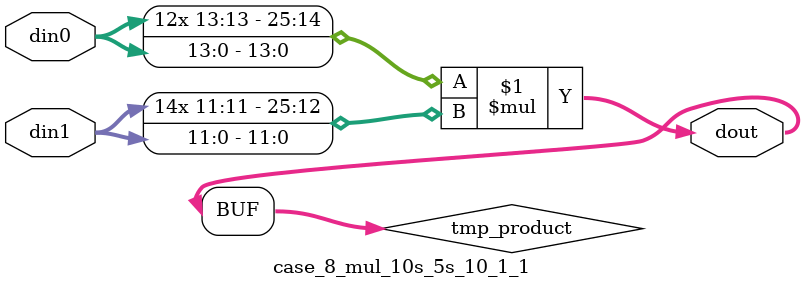
<source format=v>

`timescale 1 ns / 1 ps

 module case_8_mul_10s_5s_10_1_1(din0, din1, dout);
parameter ID = 1;
parameter NUM_STAGE = 0;
parameter din0_WIDTH = 14;
parameter din1_WIDTH = 12;
parameter dout_WIDTH = 26;

input [din0_WIDTH - 1 : 0] din0; 
input [din1_WIDTH - 1 : 0] din1; 
output [dout_WIDTH - 1 : 0] dout;

wire signed [dout_WIDTH - 1 : 0] tmp_product;



























assign tmp_product = $signed(din0) * $signed(din1);








assign dout = tmp_product;





















endmodule

</source>
